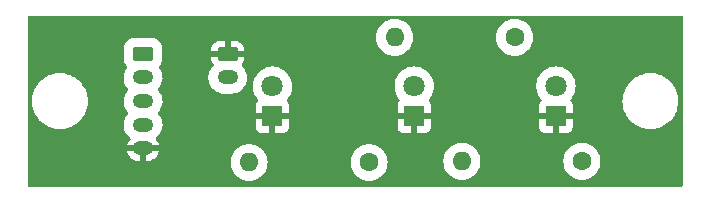
<source format=gbr>
%TF.GenerationSoftware,KiCad,Pcbnew,(6.0.9)*%
%TF.CreationDate,2023-05-10T13:01:55+05:30*%
%TF.ProjectId,Input_Panel(V2.0),496e7075-745f-4506-916e-656c2856322e,rev?*%
%TF.SameCoordinates,Original*%
%TF.FileFunction,Copper,L1,Top*%
%TF.FilePolarity,Positive*%
%FSLAX46Y46*%
G04 Gerber Fmt 4.6, Leading zero omitted, Abs format (unit mm)*
G04 Created by KiCad (PCBNEW (6.0.9)) date 2023-05-10 13:01:55*
%MOMM*%
%LPD*%
G01*
G04 APERTURE LIST*
G04 Aperture macros list*
%AMRoundRect*
0 Rectangle with rounded corners*
0 $1 Rounding radius*
0 $2 $3 $4 $5 $6 $7 $8 $9 X,Y pos of 4 corners*
0 Add a 4 corners polygon primitive as box body*
4,1,4,$2,$3,$4,$5,$6,$7,$8,$9,$2,$3,0*
0 Add four circle primitives for the rounded corners*
1,1,$1+$1,$2,$3*
1,1,$1+$1,$4,$5*
1,1,$1+$1,$6,$7*
1,1,$1+$1,$8,$9*
0 Add four rect primitives between the rounded corners*
20,1,$1+$1,$2,$3,$4,$5,0*
20,1,$1+$1,$4,$5,$6,$7,0*
20,1,$1+$1,$6,$7,$8,$9,0*
20,1,$1+$1,$8,$9,$2,$3,0*%
G04 Aperture macros list end*
%TA.AperFunction,ComponentPad*%
%ADD10RoundRect,0.250000X-0.625000X0.350000X-0.625000X-0.350000X0.625000X-0.350000X0.625000X0.350000X0*%
%TD*%
%TA.AperFunction,ComponentPad*%
%ADD11O,1.750000X1.200000*%
%TD*%
%TA.AperFunction,ComponentPad*%
%ADD12C,1.600000*%
%TD*%
%TA.AperFunction,ComponentPad*%
%ADD13O,1.600000X1.600000*%
%TD*%
%TA.AperFunction,ComponentPad*%
%ADD14R,1.800000X1.800000*%
%TD*%
%TA.AperFunction,ComponentPad*%
%ADD15C,1.800000*%
%TD*%
G04 APERTURE END LIST*
D10*
%TO.P,J1,1,Pin_1*%
%TO.N,/BUTTON*%
X10550000Y-4000000D03*
D11*
%TO.P,J1,2,Pin_2*%
%TO.N,/GREEN_LED_1*%
X10550000Y-6000000D03*
%TO.P,J1,3,Pin_3*%
%TO.N,/GREEN_LED_2*%
X10550000Y-8000000D03*
%TO.P,J1,4,Pin_4*%
%TO.N,/GREEN_LED_3*%
X10550000Y-10000000D03*
%TO.P,J1,5,Pin_5*%
%TO.N,GND*%
X10550000Y-12000000D03*
%TD*%
D10*
%TO.P,J2,1,Pin_1*%
%TO.N,GND*%
X17700000Y-4000000D03*
D11*
%TO.P,J2,2,Pin_2*%
%TO.N,/BUTTON*%
X17700000Y-6000000D03*
%TD*%
D12*
%TO.P,R3,1*%
%TO.N,Net-(D2-Pad2)*%
X29680000Y-13200000D03*
D13*
%TO.P,R3,2*%
%TO.N,/GREEN_LED_1*%
X19520000Y-13200000D03*
%TD*%
D14*
%TO.P,D3,1,K*%
%TO.N,GND*%
X33500000Y-9275000D03*
D15*
%TO.P,D3,2,A*%
%TO.N,Net-(D3-Pad2)*%
X33500000Y-6735000D03*
%TD*%
D12*
%TO.P,R2,1*%
%TO.N,Net-(D4-Pad2)*%
X47700000Y-13100000D03*
D13*
%TO.P,R2,2*%
%TO.N,/GREEN_LED_3*%
X37540000Y-13100000D03*
%TD*%
D14*
%TO.P,D4,1,K*%
%TO.N,GND*%
X45500000Y-9275000D03*
D15*
%TO.P,D4,2,A*%
%TO.N,Net-(D4-Pad2)*%
X45500000Y-6735000D03*
%TD*%
D12*
%TO.P,R4,1*%
%TO.N,Net-(D3-Pad2)*%
X42000000Y-2600000D03*
D13*
%TO.P,R4,2*%
%TO.N,/GREEN_LED_2*%
X31840000Y-2600000D03*
%TD*%
D14*
%TO.P,D2,1,K*%
%TO.N,GND*%
X21500000Y-9275000D03*
D15*
%TO.P,D2,2,A*%
%TO.N,Net-(D2-Pad2)*%
X21500000Y-6735000D03*
%TD*%
%TA.AperFunction,Conductor*%
%TO.N,GND*%
G36*
X56179621Y-782502D02*
G01*
X56226114Y-836158D01*
X56237500Y-888500D01*
X56237500Y-15111500D01*
X56217498Y-15179621D01*
X56163842Y-15226114D01*
X56111500Y-15237500D01*
X888500Y-15237500D01*
X820379Y-15217498D01*
X773886Y-15163842D01*
X762500Y-15111500D01*
X762500Y-13200000D01*
X17952668Y-13200000D01*
X17971964Y-13445185D01*
X18029379Y-13684332D01*
X18031269Y-13688895D01*
X18031271Y-13688901D01*
X18121602Y-13906980D01*
X18123497Y-13911554D01*
X18252002Y-14121255D01*
X18411729Y-14308271D01*
X18598745Y-14467998D01*
X18808446Y-14596503D01*
X18813016Y-14598396D01*
X18813020Y-14598398D01*
X19031099Y-14688729D01*
X19031105Y-14688731D01*
X19035668Y-14690621D01*
X19040468Y-14691773D01*
X19040473Y-14691775D01*
X19149866Y-14718038D01*
X19274815Y-14748036D01*
X19520000Y-14767332D01*
X19765185Y-14748036D01*
X19890134Y-14718038D01*
X19999527Y-14691775D01*
X19999532Y-14691773D01*
X20004332Y-14690621D01*
X20008895Y-14688731D01*
X20008901Y-14688729D01*
X20226980Y-14598398D01*
X20226984Y-14598396D01*
X20231554Y-14596503D01*
X20441255Y-14467998D01*
X20628271Y-14308271D01*
X20787998Y-14121255D01*
X20916503Y-13911554D01*
X20918398Y-13906980D01*
X21008729Y-13688901D01*
X21008731Y-13688895D01*
X21010621Y-13684332D01*
X21068036Y-13445185D01*
X21087332Y-13200000D01*
X28112668Y-13200000D01*
X28131964Y-13445185D01*
X28189379Y-13684332D01*
X28191269Y-13688895D01*
X28191271Y-13688901D01*
X28281602Y-13906980D01*
X28283497Y-13911554D01*
X28412002Y-14121255D01*
X28571729Y-14308271D01*
X28758745Y-14467998D01*
X28968446Y-14596503D01*
X28973016Y-14598396D01*
X28973020Y-14598398D01*
X29191099Y-14688729D01*
X29191105Y-14688731D01*
X29195668Y-14690621D01*
X29200468Y-14691773D01*
X29200473Y-14691775D01*
X29309866Y-14718038D01*
X29434815Y-14748036D01*
X29680000Y-14767332D01*
X29925185Y-14748036D01*
X30050134Y-14718038D01*
X30159527Y-14691775D01*
X30159532Y-14691773D01*
X30164332Y-14690621D01*
X30168895Y-14688731D01*
X30168901Y-14688729D01*
X30386980Y-14598398D01*
X30386984Y-14598396D01*
X30391554Y-14596503D01*
X30601255Y-14467998D01*
X30788271Y-14308271D01*
X30947998Y-14121255D01*
X31076503Y-13911554D01*
X31078398Y-13906980D01*
X31168729Y-13688901D01*
X31168731Y-13688895D01*
X31170621Y-13684332D01*
X31228036Y-13445185D01*
X31247332Y-13200000D01*
X31239462Y-13100000D01*
X35972668Y-13100000D01*
X35991964Y-13345185D01*
X36049379Y-13584332D01*
X36051269Y-13588895D01*
X36051271Y-13588901D01*
X36141602Y-13806980D01*
X36143497Y-13811554D01*
X36272002Y-14021255D01*
X36431729Y-14208271D01*
X36618745Y-14367998D01*
X36828446Y-14496503D01*
X36833016Y-14498396D01*
X36833020Y-14498398D01*
X37051099Y-14588729D01*
X37051105Y-14588731D01*
X37055668Y-14590621D01*
X37060468Y-14591773D01*
X37060473Y-14591775D01*
X37169866Y-14618038D01*
X37294815Y-14648036D01*
X37540000Y-14667332D01*
X37785185Y-14648036D01*
X37910134Y-14618038D01*
X38019527Y-14591775D01*
X38019532Y-14591773D01*
X38024332Y-14590621D01*
X38028895Y-14588731D01*
X38028901Y-14588729D01*
X38246980Y-14498398D01*
X38246984Y-14498396D01*
X38251554Y-14496503D01*
X38461255Y-14367998D01*
X38648271Y-14208271D01*
X38807998Y-14021255D01*
X38936503Y-13811554D01*
X38938398Y-13806980D01*
X39028729Y-13588901D01*
X39028731Y-13588895D01*
X39030621Y-13584332D01*
X39088036Y-13345185D01*
X39107332Y-13100000D01*
X46132668Y-13100000D01*
X46151964Y-13345185D01*
X46209379Y-13584332D01*
X46211269Y-13588895D01*
X46211271Y-13588901D01*
X46301602Y-13806980D01*
X46303497Y-13811554D01*
X46432002Y-14021255D01*
X46591729Y-14208271D01*
X46778745Y-14367998D01*
X46988446Y-14496503D01*
X46993016Y-14498396D01*
X46993020Y-14498398D01*
X47211099Y-14588729D01*
X47211105Y-14588731D01*
X47215668Y-14590621D01*
X47220468Y-14591773D01*
X47220473Y-14591775D01*
X47329866Y-14618038D01*
X47454815Y-14648036D01*
X47700000Y-14667332D01*
X47945185Y-14648036D01*
X48070134Y-14618038D01*
X48179527Y-14591775D01*
X48179532Y-14591773D01*
X48184332Y-14590621D01*
X48188895Y-14588731D01*
X48188901Y-14588729D01*
X48406980Y-14498398D01*
X48406984Y-14498396D01*
X48411554Y-14496503D01*
X48621255Y-14367998D01*
X48808271Y-14208271D01*
X48967998Y-14021255D01*
X49096503Y-13811554D01*
X49098398Y-13806980D01*
X49188729Y-13588901D01*
X49188731Y-13588895D01*
X49190621Y-13584332D01*
X49248036Y-13345185D01*
X49267332Y-13100000D01*
X49248036Y-12854815D01*
X49190621Y-12615668D01*
X49188731Y-12611105D01*
X49188729Y-12611099D01*
X49098398Y-12393020D01*
X49098396Y-12393016D01*
X49096503Y-12388446D01*
X48967998Y-12178745D01*
X48808271Y-11991729D01*
X48621255Y-11832002D01*
X48411554Y-11703497D01*
X48406984Y-11701604D01*
X48406980Y-11701602D01*
X48188901Y-11611271D01*
X48188895Y-11611269D01*
X48184332Y-11609379D01*
X48179532Y-11608227D01*
X48179527Y-11608225D01*
X48070134Y-11581962D01*
X47945185Y-11551964D01*
X47700000Y-11532668D01*
X47454815Y-11551964D01*
X47329866Y-11581962D01*
X47220473Y-11608225D01*
X47220468Y-11608227D01*
X47215668Y-11609379D01*
X47211105Y-11611269D01*
X47211099Y-11611271D01*
X46993020Y-11701602D01*
X46993016Y-11701604D01*
X46988446Y-11703497D01*
X46778745Y-11832002D01*
X46591729Y-11991729D01*
X46432002Y-12178745D01*
X46303497Y-12388446D01*
X46301604Y-12393016D01*
X46301602Y-12393020D01*
X46211271Y-12611099D01*
X46211269Y-12611105D01*
X46209379Y-12615668D01*
X46151964Y-12854815D01*
X46132668Y-13100000D01*
X39107332Y-13100000D01*
X39088036Y-12854815D01*
X39030621Y-12615668D01*
X39028731Y-12611105D01*
X39028729Y-12611099D01*
X38938398Y-12393020D01*
X38938396Y-12393016D01*
X38936503Y-12388446D01*
X38807998Y-12178745D01*
X38648271Y-11991729D01*
X38461255Y-11832002D01*
X38251554Y-11703497D01*
X38246984Y-11701604D01*
X38246980Y-11701602D01*
X38028901Y-11611271D01*
X38028895Y-11611269D01*
X38024332Y-11609379D01*
X38019532Y-11608227D01*
X38019527Y-11608225D01*
X37910134Y-11581962D01*
X37785185Y-11551964D01*
X37540000Y-11532668D01*
X37294815Y-11551964D01*
X37169866Y-11581962D01*
X37060473Y-11608225D01*
X37060468Y-11608227D01*
X37055668Y-11609379D01*
X37051105Y-11611269D01*
X37051099Y-11611271D01*
X36833020Y-11701602D01*
X36833016Y-11701604D01*
X36828446Y-11703497D01*
X36618745Y-11832002D01*
X36431729Y-11991729D01*
X36272002Y-12178745D01*
X36143497Y-12388446D01*
X36141604Y-12393016D01*
X36141602Y-12393020D01*
X36051271Y-12611099D01*
X36051269Y-12611105D01*
X36049379Y-12615668D01*
X35991964Y-12854815D01*
X35972668Y-13100000D01*
X31239462Y-13100000D01*
X31228036Y-12954815D01*
X31170621Y-12715668D01*
X31168731Y-12711105D01*
X31168729Y-12711099D01*
X31078398Y-12493020D01*
X31078396Y-12493016D01*
X31076503Y-12488446D01*
X30947998Y-12278745D01*
X30788271Y-12091729D01*
X30601255Y-11932002D01*
X30391554Y-11803497D01*
X30386984Y-11801604D01*
X30386980Y-11801602D01*
X30168901Y-11711271D01*
X30168895Y-11711269D01*
X30164332Y-11709379D01*
X30159532Y-11708227D01*
X30159527Y-11708225D01*
X30050134Y-11681962D01*
X29925185Y-11651964D01*
X29680000Y-11632668D01*
X29434815Y-11651964D01*
X29309866Y-11681962D01*
X29200473Y-11708225D01*
X29200468Y-11708227D01*
X29195668Y-11709379D01*
X29191105Y-11711269D01*
X29191099Y-11711271D01*
X28973020Y-11801602D01*
X28973016Y-11801604D01*
X28968446Y-11803497D01*
X28758745Y-11932002D01*
X28571729Y-12091729D01*
X28412002Y-12278745D01*
X28283497Y-12488446D01*
X28281604Y-12493016D01*
X28281602Y-12493020D01*
X28191271Y-12711099D01*
X28191269Y-12711105D01*
X28189379Y-12715668D01*
X28131964Y-12954815D01*
X28112668Y-13200000D01*
X21087332Y-13200000D01*
X21068036Y-12954815D01*
X21010621Y-12715668D01*
X21008731Y-12711105D01*
X21008729Y-12711099D01*
X20918398Y-12493020D01*
X20918396Y-12493016D01*
X20916503Y-12488446D01*
X20787998Y-12278745D01*
X20628271Y-12091729D01*
X20441255Y-11932002D01*
X20231554Y-11803497D01*
X20226984Y-11801604D01*
X20226980Y-11801602D01*
X20008901Y-11711271D01*
X20008895Y-11711269D01*
X20004332Y-11709379D01*
X19999532Y-11708227D01*
X19999527Y-11708225D01*
X19890134Y-11681962D01*
X19765185Y-11651964D01*
X19520000Y-11632668D01*
X19274815Y-11651964D01*
X19149866Y-11681962D01*
X19040473Y-11708225D01*
X19040468Y-11708227D01*
X19035668Y-11709379D01*
X19031105Y-11711269D01*
X19031099Y-11711271D01*
X18813020Y-11801602D01*
X18813016Y-11801604D01*
X18808446Y-11803497D01*
X18598745Y-11932002D01*
X18411729Y-12091729D01*
X18252002Y-12278745D01*
X18123497Y-12488446D01*
X18121604Y-12493016D01*
X18121602Y-12493020D01*
X18031271Y-12711099D01*
X18031269Y-12711105D01*
X18029379Y-12715668D01*
X17971964Y-12954815D01*
X17952668Y-13200000D01*
X762500Y-13200000D01*
X762500Y-12267399D01*
X9199712Y-12267399D01*
X9221194Y-12356537D01*
X9225083Y-12367832D01*
X9307629Y-12549382D01*
X9313576Y-12559724D01*
X9428968Y-12722397D01*
X9436761Y-12731425D01*
X9580831Y-12869342D01*
X9590196Y-12876738D01*
X9757741Y-12984921D01*
X9768345Y-12990417D01*
X9953312Y-13064961D01*
X9964770Y-13068355D01*
X10161928Y-13106857D01*
X10170791Y-13107934D01*
X10173500Y-13108000D01*
X10277885Y-13108000D01*
X10293124Y-13103525D01*
X10294329Y-13102135D01*
X10296000Y-13094452D01*
X10296000Y-13089885D01*
X10804000Y-13089885D01*
X10808475Y-13105124D01*
X10809865Y-13106329D01*
X10817548Y-13108000D01*
X10874832Y-13108000D01*
X10880808Y-13107715D01*
X11029494Y-13093529D01*
X11041228Y-13091270D01*
X11232599Y-13035128D01*
X11243675Y-13030698D01*
X11420978Y-12939381D01*
X11431024Y-12932931D01*
X11587857Y-12809738D01*
X11596506Y-12801501D01*
X11727212Y-12650877D01*
X11734147Y-12641153D01*
X11834010Y-12468533D01*
X11838984Y-12457669D01*
X11904407Y-12269273D01*
X11904648Y-12268284D01*
X11903180Y-12257992D01*
X11889615Y-12254000D01*
X10822115Y-12254000D01*
X10806876Y-12258475D01*
X10805671Y-12259865D01*
X10804000Y-12267548D01*
X10804000Y-13089885D01*
X10296000Y-13089885D01*
X10296000Y-12272115D01*
X10291525Y-12256876D01*
X10290135Y-12255671D01*
X10282452Y-12254000D01*
X9214598Y-12254000D01*
X9201067Y-12257973D01*
X9199712Y-12267399D01*
X762500Y-12267399D01*
X762500Y-8000000D01*
X1132431Y-8000000D01*
X1132701Y-8004119D01*
X1149302Y-8257396D01*
X1152686Y-8309030D01*
X1153490Y-8313070D01*
X1153490Y-8313073D01*
X1211168Y-8603037D01*
X1213104Y-8612772D01*
X1214429Y-8616676D01*
X1214430Y-8616679D01*
X1277040Y-8801122D01*
X1312651Y-8906029D01*
X1314474Y-8909725D01*
X1314477Y-8909733D01*
X1401494Y-9086184D01*
X1449625Y-9183784D01*
X1451919Y-9187217D01*
X1451920Y-9187219D01*
X1459710Y-9198878D01*
X1621681Y-9441285D01*
X1624395Y-9444379D01*
X1624399Y-9444385D01*
X1762699Y-9602085D01*
X1825876Y-9674124D01*
X1828965Y-9676833D01*
X2055615Y-9875601D01*
X2055621Y-9875605D01*
X2058715Y-9878319D01*
X2316216Y-10050375D01*
X2319919Y-10052201D01*
X2590267Y-10185523D01*
X2590275Y-10185526D01*
X2593971Y-10187349D01*
X2597885Y-10188678D01*
X2597886Y-10188678D01*
X2883321Y-10285570D01*
X2883324Y-10285571D01*
X2887228Y-10286896D01*
X2891267Y-10287699D01*
X2891273Y-10287701D01*
X3186927Y-10346510D01*
X3186930Y-10346510D01*
X3190970Y-10347314D01*
X3195081Y-10347583D01*
X3195085Y-10347584D01*
X3420613Y-10362366D01*
X3420622Y-10362366D01*
X3422662Y-10362500D01*
X3577338Y-10362500D01*
X3579378Y-10362366D01*
X3579387Y-10362366D01*
X3804915Y-10347584D01*
X3804919Y-10347583D01*
X3809030Y-10347314D01*
X3813070Y-10346510D01*
X3813073Y-10346510D01*
X4108727Y-10287701D01*
X4108733Y-10287699D01*
X4112772Y-10286896D01*
X4116676Y-10285571D01*
X4116679Y-10285570D01*
X4402114Y-10188678D01*
X4402115Y-10188678D01*
X4406029Y-10187349D01*
X4409725Y-10185526D01*
X4409733Y-10185523D01*
X4680081Y-10052201D01*
X4683784Y-10050375D01*
X4855580Y-9935585D01*
X8909092Y-9935585D01*
X8917767Y-10166647D01*
X8918862Y-10171865D01*
X8945483Y-10298738D01*
X8965249Y-10392944D01*
X9050180Y-10608006D01*
X9170134Y-10805682D01*
X9321678Y-10980322D01*
X9325809Y-10983709D01*
X9438333Y-11075974D01*
X9478328Y-11134634D01*
X9480259Y-11205604D01*
X9453607Y-11255989D01*
X9372788Y-11349123D01*
X9365853Y-11358847D01*
X9265990Y-11531467D01*
X9261016Y-11542331D01*
X9195593Y-11730727D01*
X9195352Y-11731716D01*
X9196820Y-11742008D01*
X9210385Y-11746000D01*
X11885402Y-11746000D01*
X11898933Y-11742027D01*
X11900288Y-11732601D01*
X11878806Y-11643463D01*
X11874917Y-11632168D01*
X11792371Y-11450618D01*
X11786424Y-11440276D01*
X11671036Y-11277609D01*
X11663236Y-11268573D01*
X11659487Y-11264984D01*
X11624111Y-11203429D01*
X11627630Y-11132519D01*
X11668927Y-11074769D01*
X11676239Y-11069454D01*
X11681834Y-11065687D01*
X11849142Y-10906084D01*
X11987165Y-10720573D01*
X12077303Y-10543285D01*
X12089540Y-10519217D01*
X12089540Y-10519216D01*
X12091959Y-10514459D01*
X12139144Y-10362500D01*
X12158943Y-10298738D01*
X12158944Y-10298732D01*
X12160527Y-10293635D01*
X12170331Y-10219669D01*
X20092001Y-10219669D01*
X20092371Y-10226490D01*
X20097895Y-10277352D01*
X20101521Y-10292604D01*
X20146676Y-10413054D01*
X20155214Y-10428649D01*
X20231715Y-10530724D01*
X20244276Y-10543285D01*
X20346351Y-10619786D01*
X20361946Y-10628324D01*
X20482394Y-10673478D01*
X20497649Y-10677105D01*
X20548514Y-10682631D01*
X20555328Y-10683000D01*
X21227885Y-10683000D01*
X21243124Y-10678525D01*
X21244329Y-10677135D01*
X21246000Y-10669452D01*
X21246000Y-10664884D01*
X21754000Y-10664884D01*
X21758475Y-10680123D01*
X21759865Y-10681328D01*
X21767548Y-10682999D01*
X22444669Y-10682999D01*
X22451490Y-10682629D01*
X22502352Y-10677105D01*
X22517604Y-10673479D01*
X22638054Y-10628324D01*
X22653649Y-10619786D01*
X22755724Y-10543285D01*
X22768285Y-10530724D01*
X22844786Y-10428649D01*
X22853324Y-10413054D01*
X22898478Y-10292606D01*
X22902105Y-10277351D01*
X22907631Y-10226486D01*
X22908000Y-10219672D01*
X22908000Y-10219669D01*
X32092001Y-10219669D01*
X32092371Y-10226490D01*
X32097895Y-10277352D01*
X32101521Y-10292604D01*
X32146676Y-10413054D01*
X32155214Y-10428649D01*
X32231715Y-10530724D01*
X32244276Y-10543285D01*
X32346351Y-10619786D01*
X32361946Y-10628324D01*
X32482394Y-10673478D01*
X32497649Y-10677105D01*
X32548514Y-10682631D01*
X32555328Y-10683000D01*
X33227885Y-10683000D01*
X33243124Y-10678525D01*
X33244329Y-10677135D01*
X33246000Y-10669452D01*
X33246000Y-10664884D01*
X33754000Y-10664884D01*
X33758475Y-10680123D01*
X33759865Y-10681328D01*
X33767548Y-10682999D01*
X34444669Y-10682999D01*
X34451490Y-10682629D01*
X34502352Y-10677105D01*
X34517604Y-10673479D01*
X34638054Y-10628324D01*
X34653649Y-10619786D01*
X34755724Y-10543285D01*
X34768285Y-10530724D01*
X34844786Y-10428649D01*
X34853324Y-10413054D01*
X34898478Y-10292606D01*
X34902105Y-10277351D01*
X34907631Y-10226486D01*
X34908000Y-10219672D01*
X34908000Y-10219669D01*
X44092001Y-10219669D01*
X44092371Y-10226490D01*
X44097895Y-10277352D01*
X44101521Y-10292604D01*
X44146676Y-10413054D01*
X44155214Y-10428649D01*
X44231715Y-10530724D01*
X44244276Y-10543285D01*
X44346351Y-10619786D01*
X44361946Y-10628324D01*
X44482394Y-10673478D01*
X44497649Y-10677105D01*
X44548514Y-10682631D01*
X44555328Y-10683000D01*
X45227885Y-10683000D01*
X45243124Y-10678525D01*
X45244329Y-10677135D01*
X45246000Y-10669452D01*
X45246000Y-10664884D01*
X45754000Y-10664884D01*
X45758475Y-10680123D01*
X45759865Y-10681328D01*
X45767548Y-10682999D01*
X46444669Y-10682999D01*
X46451490Y-10682629D01*
X46502352Y-10677105D01*
X46517604Y-10673479D01*
X46638054Y-10628324D01*
X46653649Y-10619786D01*
X46755724Y-10543285D01*
X46768285Y-10530724D01*
X46844786Y-10428649D01*
X46853324Y-10413054D01*
X46898478Y-10292606D01*
X46902105Y-10277351D01*
X46907631Y-10226486D01*
X46908000Y-10219672D01*
X46908000Y-9547115D01*
X46903525Y-9531876D01*
X46902135Y-9530671D01*
X46894452Y-9529000D01*
X45772115Y-9529000D01*
X45756876Y-9533475D01*
X45755671Y-9534865D01*
X45754000Y-9542548D01*
X45754000Y-10664884D01*
X45246000Y-10664884D01*
X45246000Y-9547115D01*
X45241525Y-9531876D01*
X45240135Y-9530671D01*
X45232452Y-9529000D01*
X44110116Y-9529000D01*
X44094877Y-9533475D01*
X44093672Y-9534865D01*
X44092001Y-9542548D01*
X44092001Y-10219669D01*
X34908000Y-10219669D01*
X34908000Y-9547115D01*
X34903525Y-9531876D01*
X34902135Y-9530671D01*
X34894452Y-9529000D01*
X33772115Y-9529000D01*
X33756876Y-9533475D01*
X33755671Y-9534865D01*
X33754000Y-9542548D01*
X33754000Y-10664884D01*
X33246000Y-10664884D01*
X33246000Y-9547115D01*
X33241525Y-9531876D01*
X33240135Y-9530671D01*
X33232452Y-9529000D01*
X32110116Y-9529000D01*
X32094877Y-9533475D01*
X32093672Y-9534865D01*
X32092001Y-9542548D01*
X32092001Y-10219669D01*
X22908000Y-10219669D01*
X22908000Y-9547115D01*
X22903525Y-9531876D01*
X22902135Y-9530671D01*
X22894452Y-9529000D01*
X21772115Y-9529000D01*
X21756876Y-9533475D01*
X21755671Y-9534865D01*
X21754000Y-9542548D01*
X21754000Y-10664884D01*
X21246000Y-10664884D01*
X21246000Y-9547115D01*
X21241525Y-9531876D01*
X21240135Y-9530671D01*
X21232452Y-9529000D01*
X20110116Y-9529000D01*
X20094877Y-9533475D01*
X20093672Y-9534865D01*
X20092001Y-9542548D01*
X20092001Y-10219669D01*
X12170331Y-10219669D01*
X12190908Y-10064415D01*
X12190450Y-10052201D01*
X12182433Y-9838684D01*
X12182233Y-9833353D01*
X12155588Y-9706365D01*
X12135848Y-9612283D01*
X12135847Y-9612280D01*
X12134751Y-9607056D01*
X12049820Y-9391994D01*
X11929866Y-9194318D01*
X11842742Y-9093916D01*
X11835244Y-9085275D01*
X11805705Y-9020715D01*
X11815759Y-8950434D01*
X11841807Y-8913816D01*
X11841746Y-8913762D01*
X11842253Y-8913189D01*
X11843433Y-8911530D01*
X11845279Y-8909769D01*
X11849142Y-8906084D01*
X11987165Y-8720573D01*
X12091959Y-8514459D01*
X12149133Y-8330331D01*
X12158943Y-8298738D01*
X12158944Y-8298732D01*
X12160527Y-8293635D01*
X12183362Y-8121351D01*
X12190208Y-8069699D01*
X12190208Y-8069695D01*
X12190908Y-8064415D01*
X12182233Y-7833353D01*
X12155588Y-7706365D01*
X12135848Y-7612283D01*
X12135847Y-7612280D01*
X12134751Y-7607056D01*
X12049820Y-7391994D01*
X11929866Y-7194318D01*
X11926369Y-7190288D01*
X11835244Y-7085275D01*
X11805705Y-7020715D01*
X11815759Y-6950434D01*
X11841807Y-6913816D01*
X11841746Y-6913762D01*
X11842253Y-6913189D01*
X11843433Y-6911530D01*
X11845279Y-6909769D01*
X11849142Y-6906084D01*
X11987165Y-6720573D01*
X12091959Y-6514459D01*
X12151357Y-6323167D01*
X12158943Y-6298738D01*
X12158944Y-6298732D01*
X12160527Y-6293635D01*
X12190908Y-6064415D01*
X12186071Y-5935585D01*
X16059092Y-5935585D01*
X16059292Y-5940914D01*
X16059292Y-5940915D01*
X16060681Y-5977907D01*
X16067767Y-6166647D01*
X16068862Y-6171865D01*
X16095483Y-6298738D01*
X16115249Y-6392944D01*
X16200180Y-6608006D01*
X16320134Y-6805682D01*
X16323631Y-6809712D01*
X16445743Y-6950434D01*
X16471678Y-6980322D01*
X16514520Y-7015451D01*
X16646353Y-7123548D01*
X16646359Y-7123552D01*
X16650481Y-7126932D01*
X16655117Y-7129571D01*
X16655120Y-7129573D01*
X16761781Y-7190288D01*
X16851430Y-7241319D01*
X17068779Y-7320212D01*
X17074028Y-7321161D01*
X17074031Y-7321162D01*
X17292230Y-7360619D01*
X17292238Y-7360620D01*
X17296314Y-7361357D01*
X17314098Y-7362196D01*
X17319062Y-7362430D01*
X17319069Y-7362430D01*
X17320550Y-7362500D01*
X18033056Y-7362500D01*
X18205397Y-7347877D01*
X18210561Y-7346537D01*
X18210565Y-7346536D01*
X18424043Y-7291127D01*
X18424042Y-7291127D01*
X18429206Y-7289787D01*
X18640028Y-7194819D01*
X18831834Y-7065687D01*
X18848734Y-7049566D01*
X18995277Y-6909771D01*
X18995279Y-6909769D01*
X18999142Y-6906084D01*
X19126431Y-6735000D01*
X19832359Y-6735000D01*
X19852890Y-6995877D01*
X19854044Y-7000684D01*
X19854045Y-7000690D01*
X19883541Y-7123548D01*
X19913979Y-7250329D01*
X19915872Y-7254900D01*
X19915873Y-7254902D01*
X19972659Y-7391994D01*
X20014121Y-7492093D01*
X20150850Y-7715215D01*
X20154057Y-7718970D01*
X20154060Y-7718974D01*
X20252523Y-7834258D01*
X20281554Y-7899048D01*
X20270949Y-7969248D01*
X20245807Y-8005184D01*
X20231715Y-8019276D01*
X20155214Y-8121351D01*
X20146676Y-8136946D01*
X20101522Y-8257394D01*
X20097895Y-8272649D01*
X20092369Y-8323514D01*
X20092000Y-8330328D01*
X20092000Y-9002885D01*
X20096475Y-9018124D01*
X20097865Y-9019329D01*
X20105548Y-9021000D01*
X22889884Y-9021000D01*
X22905123Y-9016525D01*
X22906328Y-9015135D01*
X22907999Y-9007452D01*
X22907999Y-8330331D01*
X22907629Y-8323510D01*
X22902105Y-8272648D01*
X22898479Y-8257396D01*
X22853324Y-8136946D01*
X22844786Y-8121351D01*
X22768285Y-8019276D01*
X22754193Y-8005184D01*
X22720167Y-7942872D01*
X22725232Y-7872057D01*
X22747477Y-7834258D01*
X22845940Y-7718974D01*
X22845943Y-7718970D01*
X22849150Y-7715215D01*
X22985879Y-7492093D01*
X23027342Y-7391994D01*
X23084127Y-7254902D01*
X23084128Y-7254900D01*
X23086021Y-7250329D01*
X23116459Y-7123548D01*
X23145955Y-7000690D01*
X23145956Y-7000684D01*
X23147110Y-6995877D01*
X23167641Y-6735000D01*
X31832359Y-6735000D01*
X31852890Y-6995877D01*
X31854044Y-7000684D01*
X31854045Y-7000690D01*
X31883541Y-7123548D01*
X31913979Y-7250329D01*
X31915872Y-7254900D01*
X31915873Y-7254902D01*
X31972659Y-7391994D01*
X32014121Y-7492093D01*
X32150850Y-7715215D01*
X32154057Y-7718970D01*
X32154060Y-7718974D01*
X32252523Y-7834258D01*
X32281554Y-7899048D01*
X32270949Y-7969248D01*
X32245807Y-8005184D01*
X32231715Y-8019276D01*
X32155214Y-8121351D01*
X32146676Y-8136946D01*
X32101522Y-8257394D01*
X32097895Y-8272649D01*
X32092369Y-8323514D01*
X32092000Y-8330328D01*
X32092000Y-9002885D01*
X32096475Y-9018124D01*
X32097865Y-9019329D01*
X32105548Y-9021000D01*
X34889884Y-9021000D01*
X34905123Y-9016525D01*
X34906328Y-9015135D01*
X34907999Y-9007452D01*
X34907999Y-8330331D01*
X34907629Y-8323510D01*
X34902105Y-8272648D01*
X34898479Y-8257396D01*
X34853324Y-8136946D01*
X34844786Y-8121351D01*
X34768285Y-8019276D01*
X34754193Y-8005184D01*
X34720167Y-7942872D01*
X34725232Y-7872057D01*
X34747477Y-7834258D01*
X34845940Y-7718974D01*
X34845943Y-7718970D01*
X34849150Y-7715215D01*
X34985879Y-7492093D01*
X35027342Y-7391994D01*
X35084127Y-7254902D01*
X35084128Y-7254900D01*
X35086021Y-7250329D01*
X35116459Y-7123548D01*
X35145955Y-7000690D01*
X35145956Y-7000684D01*
X35147110Y-6995877D01*
X35167641Y-6735000D01*
X43832359Y-6735000D01*
X43852890Y-6995877D01*
X43854044Y-7000684D01*
X43854045Y-7000690D01*
X43883541Y-7123548D01*
X43913979Y-7250329D01*
X43915872Y-7254900D01*
X43915873Y-7254902D01*
X43972659Y-7391994D01*
X44014121Y-7492093D01*
X44150850Y-7715215D01*
X44154057Y-7718970D01*
X44154060Y-7718974D01*
X44252523Y-7834258D01*
X44281554Y-7899048D01*
X44270949Y-7969248D01*
X44245807Y-8005184D01*
X44231715Y-8019276D01*
X44155214Y-8121351D01*
X44146676Y-8136946D01*
X44101522Y-8257394D01*
X44097895Y-8272649D01*
X44092369Y-8323514D01*
X44092000Y-8330328D01*
X44092000Y-9002885D01*
X44096475Y-9018124D01*
X44097865Y-9019329D01*
X44105548Y-9021000D01*
X46889884Y-9021000D01*
X46905123Y-9016525D01*
X46906328Y-9015135D01*
X46907999Y-9007452D01*
X46907999Y-8330331D01*
X46907629Y-8323510D01*
X46902105Y-8272648D01*
X46898479Y-8257396D01*
X46853324Y-8136946D01*
X46844786Y-8121351D01*
X46768285Y-8019276D01*
X46754193Y-8005184D01*
X46751362Y-8000000D01*
X51132431Y-8000000D01*
X51132701Y-8004119D01*
X51149302Y-8257396D01*
X51152686Y-8309030D01*
X51153490Y-8313070D01*
X51153490Y-8313073D01*
X51211168Y-8603037D01*
X51213104Y-8612772D01*
X51214429Y-8616676D01*
X51214430Y-8616679D01*
X51277040Y-8801122D01*
X51312651Y-8906029D01*
X51314474Y-8909725D01*
X51314477Y-8909733D01*
X51401494Y-9086184D01*
X51449625Y-9183784D01*
X51451919Y-9187217D01*
X51451920Y-9187219D01*
X51459710Y-9198878D01*
X51621681Y-9441285D01*
X51624395Y-9444379D01*
X51624399Y-9444385D01*
X51762699Y-9602085D01*
X51825876Y-9674124D01*
X51828965Y-9676833D01*
X52055615Y-9875601D01*
X52055621Y-9875605D01*
X52058715Y-9878319D01*
X52316216Y-10050375D01*
X52319919Y-10052201D01*
X52590267Y-10185523D01*
X52590275Y-10185526D01*
X52593971Y-10187349D01*
X52597885Y-10188678D01*
X52597886Y-10188678D01*
X52883321Y-10285570D01*
X52883324Y-10285571D01*
X52887228Y-10286896D01*
X52891267Y-10287699D01*
X52891273Y-10287701D01*
X53186927Y-10346510D01*
X53186930Y-10346510D01*
X53190970Y-10347314D01*
X53195081Y-10347583D01*
X53195085Y-10347584D01*
X53420613Y-10362366D01*
X53420622Y-10362366D01*
X53422662Y-10362500D01*
X53577338Y-10362500D01*
X53579378Y-10362366D01*
X53579387Y-10362366D01*
X53804915Y-10347584D01*
X53804919Y-10347583D01*
X53809030Y-10347314D01*
X53813070Y-10346510D01*
X53813073Y-10346510D01*
X54108727Y-10287701D01*
X54108733Y-10287699D01*
X54112772Y-10286896D01*
X54116676Y-10285571D01*
X54116679Y-10285570D01*
X54402114Y-10188678D01*
X54402115Y-10188678D01*
X54406029Y-10187349D01*
X54409725Y-10185526D01*
X54409733Y-10185523D01*
X54680081Y-10052201D01*
X54683784Y-10050375D01*
X54941285Y-9878319D01*
X54944379Y-9875605D01*
X54944385Y-9875601D01*
X55171035Y-9676833D01*
X55174124Y-9674124D01*
X55237301Y-9602085D01*
X55375601Y-9444385D01*
X55375605Y-9444379D01*
X55378319Y-9441285D01*
X55411255Y-9391994D01*
X55548081Y-9187218D01*
X55550375Y-9183785D01*
X55594694Y-9093916D01*
X55665451Y-8950434D01*
X55687349Y-8906029D01*
X55722960Y-8801122D01*
X55785570Y-8616679D01*
X55785571Y-8616676D01*
X55786896Y-8612772D01*
X55788833Y-8603037D01*
X55846510Y-8313073D01*
X55846510Y-8313070D01*
X55847314Y-8309030D01*
X55850699Y-8257396D01*
X55867299Y-8004119D01*
X55867569Y-8000000D01*
X55856304Y-7828135D01*
X55847584Y-7695085D01*
X55847583Y-7695081D01*
X55847314Y-7690970D01*
X55831662Y-7612283D01*
X55787701Y-7391273D01*
X55787699Y-7391267D01*
X55786896Y-7387228D01*
X55777864Y-7360619D01*
X55688678Y-7097886D01*
X55688678Y-7097885D01*
X55687349Y-7093971D01*
X55685525Y-7090273D01*
X55685523Y-7090267D01*
X55552201Y-6819919D01*
X55550375Y-6816216D01*
X55548081Y-6812783D01*
X55548080Y-6812781D01*
X55407934Y-6603037D01*
X55378319Y-6558715D01*
X55375605Y-6555621D01*
X55375601Y-6555615D01*
X55176833Y-6328965D01*
X55174124Y-6325876D01*
X55053021Y-6219671D01*
X54944385Y-6124399D01*
X54944379Y-6124395D01*
X54941285Y-6121681D01*
X54726111Y-5977907D01*
X54687219Y-5951920D01*
X54687217Y-5951919D01*
X54683784Y-5949625D01*
X54635156Y-5925644D01*
X54409733Y-5814477D01*
X54409725Y-5814474D01*
X54406029Y-5812651D01*
X54224487Y-5751026D01*
X54116679Y-5714430D01*
X54116676Y-5714429D01*
X54112772Y-5713104D01*
X54108733Y-5712301D01*
X54108727Y-5712299D01*
X53813073Y-5653490D01*
X53813070Y-5653490D01*
X53809030Y-5652686D01*
X53804919Y-5652417D01*
X53804915Y-5652416D01*
X53579387Y-5637634D01*
X53579378Y-5637634D01*
X53577338Y-5637500D01*
X53422662Y-5637500D01*
X53420622Y-5637634D01*
X53420613Y-5637634D01*
X53195085Y-5652416D01*
X53195081Y-5652417D01*
X53190970Y-5652686D01*
X53186930Y-5653490D01*
X53186927Y-5653490D01*
X52891273Y-5712299D01*
X52891267Y-5712301D01*
X52887228Y-5713104D01*
X52883324Y-5714429D01*
X52883321Y-5714430D01*
X52775513Y-5751026D01*
X52593971Y-5812651D01*
X52590275Y-5814474D01*
X52590267Y-5814477D01*
X52364844Y-5925644D01*
X52316216Y-5949625D01*
X52312783Y-5951919D01*
X52312781Y-5951920D01*
X52273889Y-5977907D01*
X52058715Y-6121681D01*
X52055621Y-6124395D01*
X52055615Y-6124399D01*
X51946979Y-6219671D01*
X51825876Y-6325876D01*
X51823167Y-6328965D01*
X51624399Y-6555615D01*
X51624395Y-6555621D01*
X51621681Y-6558715D01*
X51619392Y-6562141D01*
X51619388Y-6562146D01*
X51585697Y-6612569D01*
X51449625Y-6816215D01*
X51447801Y-6819914D01*
X51447798Y-6819919D01*
X51401045Y-6914725D01*
X51312651Y-7093971D01*
X51311326Y-7097876D01*
X51311325Y-7097877D01*
X51222137Y-7360619D01*
X51213104Y-7387228D01*
X51212301Y-7391267D01*
X51212299Y-7391273D01*
X51168338Y-7612283D01*
X51152686Y-7690970D01*
X51152417Y-7695081D01*
X51152416Y-7695085D01*
X51143696Y-7828135D01*
X51132431Y-8000000D01*
X46751362Y-8000000D01*
X46720167Y-7942872D01*
X46725232Y-7872057D01*
X46747477Y-7834258D01*
X46845940Y-7718974D01*
X46845943Y-7718970D01*
X46849150Y-7715215D01*
X46985879Y-7492093D01*
X47027342Y-7391994D01*
X47084127Y-7254902D01*
X47084128Y-7254900D01*
X47086021Y-7250329D01*
X47116459Y-7123548D01*
X47145955Y-7000690D01*
X47145956Y-7000684D01*
X47147110Y-6995877D01*
X47167641Y-6735000D01*
X47147110Y-6474123D01*
X47145956Y-6469316D01*
X47145955Y-6469310D01*
X47087176Y-6224483D01*
X47086021Y-6219671D01*
X46985879Y-5977907D01*
X46849150Y-5754785D01*
X46679200Y-5555800D01*
X46480215Y-5385850D01*
X46257093Y-5249121D01*
X46252523Y-5247228D01*
X46252519Y-5247226D01*
X46019902Y-5150873D01*
X46019900Y-5150872D01*
X46015329Y-5148979D01*
X45925966Y-5127525D01*
X45765690Y-5089045D01*
X45765684Y-5089044D01*
X45760877Y-5087890D01*
X45500000Y-5067359D01*
X45239123Y-5087890D01*
X45234316Y-5089044D01*
X45234310Y-5089045D01*
X45074034Y-5127525D01*
X44984671Y-5148979D01*
X44980100Y-5150872D01*
X44980098Y-5150873D01*
X44747481Y-5247226D01*
X44747477Y-5247228D01*
X44742907Y-5249121D01*
X44519785Y-5385850D01*
X44320800Y-5555800D01*
X44150850Y-5754785D01*
X44014121Y-5977907D01*
X43913979Y-6219671D01*
X43912824Y-6224483D01*
X43854045Y-6469310D01*
X43854044Y-6469316D01*
X43852890Y-6474123D01*
X43832359Y-6735000D01*
X35167641Y-6735000D01*
X35147110Y-6474123D01*
X35145956Y-6469316D01*
X35145955Y-6469310D01*
X35087176Y-6224483D01*
X35086021Y-6219671D01*
X34985879Y-5977907D01*
X34849150Y-5754785D01*
X34679200Y-5555800D01*
X34480215Y-5385850D01*
X34257093Y-5249121D01*
X34252523Y-5247228D01*
X34252519Y-5247226D01*
X34019902Y-5150873D01*
X34019900Y-5150872D01*
X34015329Y-5148979D01*
X33925966Y-5127525D01*
X33765690Y-5089045D01*
X33765684Y-5089044D01*
X33760877Y-5087890D01*
X33500000Y-5067359D01*
X33239123Y-5087890D01*
X33234316Y-5089044D01*
X33234310Y-5089045D01*
X33074034Y-5127525D01*
X32984671Y-5148979D01*
X32980100Y-5150872D01*
X32980098Y-5150873D01*
X32747481Y-5247226D01*
X32747477Y-5247228D01*
X32742907Y-5249121D01*
X32519785Y-5385850D01*
X32320800Y-5555800D01*
X32150850Y-5754785D01*
X32014121Y-5977907D01*
X31913979Y-6219671D01*
X31912824Y-6224483D01*
X31854045Y-6469310D01*
X31854044Y-6469316D01*
X31852890Y-6474123D01*
X31832359Y-6735000D01*
X23167641Y-6735000D01*
X23147110Y-6474123D01*
X23145956Y-6469316D01*
X23145955Y-6469310D01*
X23087176Y-6224483D01*
X23086021Y-6219671D01*
X22985879Y-5977907D01*
X22849150Y-5754785D01*
X22679200Y-5555800D01*
X22480215Y-5385850D01*
X22257093Y-5249121D01*
X22252523Y-5247228D01*
X22252519Y-5247226D01*
X22019902Y-5150873D01*
X22019900Y-5150872D01*
X22015329Y-5148979D01*
X21925966Y-5127525D01*
X21765690Y-5089045D01*
X21765684Y-5089044D01*
X21760877Y-5087890D01*
X21500000Y-5067359D01*
X21239123Y-5087890D01*
X21234316Y-5089044D01*
X21234310Y-5089045D01*
X21074034Y-5127525D01*
X20984671Y-5148979D01*
X20980100Y-5150872D01*
X20980098Y-5150873D01*
X20747481Y-5247226D01*
X20747477Y-5247228D01*
X20742907Y-5249121D01*
X20519785Y-5385850D01*
X20320800Y-5555800D01*
X20150850Y-5754785D01*
X20014121Y-5977907D01*
X19913979Y-6219671D01*
X19912824Y-6224483D01*
X19854045Y-6469310D01*
X19854044Y-6469316D01*
X19852890Y-6474123D01*
X19832359Y-6735000D01*
X19126431Y-6735000D01*
X19137165Y-6720573D01*
X19241959Y-6514459D01*
X19301357Y-6323167D01*
X19308943Y-6298738D01*
X19308944Y-6298732D01*
X19310527Y-6293635D01*
X19340908Y-6064415D01*
X19332233Y-5833353D01*
X19305588Y-5706365D01*
X19285848Y-5612283D01*
X19285847Y-5612280D01*
X19284751Y-5607056D01*
X19199820Y-5391994D01*
X19079866Y-5194318D01*
X19076369Y-5190288D01*
X18931822Y-5023711D01*
X18931820Y-5023709D01*
X18928322Y-5019678D01*
X18924192Y-5016292D01*
X18920371Y-5012576D01*
X18921435Y-5011482D01*
X18885385Y-4958599D01*
X18883458Y-4887628D01*
X18914281Y-4833980D01*
X18914201Y-4833917D01*
X18914626Y-4833378D01*
X18916098Y-4830817D01*
X18918738Y-4828173D01*
X18927751Y-4816760D01*
X19012816Y-4678757D01*
X19018963Y-4665576D01*
X19070138Y-4511290D01*
X19073005Y-4497914D01*
X19082672Y-4403562D01*
X19083000Y-4397146D01*
X19083000Y-4272115D01*
X19078525Y-4256876D01*
X19077135Y-4255671D01*
X19069452Y-4254000D01*
X16335116Y-4254000D01*
X16319877Y-4258475D01*
X16318672Y-4259865D01*
X16317001Y-4267548D01*
X16317001Y-4397095D01*
X16317338Y-4403614D01*
X16327257Y-4499206D01*
X16330149Y-4512600D01*
X16381588Y-4666784D01*
X16387761Y-4679962D01*
X16473063Y-4817807D01*
X16482099Y-4829208D01*
X16486615Y-4833716D01*
X16520695Y-4895999D01*
X16515692Y-4966819D01*
X16484569Y-5014060D01*
X16400858Y-5093916D01*
X16397673Y-5098196D01*
X16397671Y-5098199D01*
X16359890Y-5148979D01*
X16262835Y-5279427D01*
X16158041Y-5485541D01*
X16137221Y-5552592D01*
X16091057Y-5701262D01*
X16091056Y-5701268D01*
X16089473Y-5706365D01*
X16059092Y-5935585D01*
X12186071Y-5935585D01*
X12182233Y-5833353D01*
X12155588Y-5706365D01*
X12135848Y-5612283D01*
X12135847Y-5612280D01*
X12134751Y-5607056D01*
X12049820Y-5391994D01*
X11929866Y-5194318D01*
X11926369Y-5190288D01*
X11923226Y-5185978D01*
X11925067Y-5184636D01*
X11899563Y-5128831D01*
X11909648Y-5058554D01*
X11935181Y-5021771D01*
X11961178Y-4995774D01*
X12043323Y-4873068D01*
X12068208Y-4835896D01*
X12068210Y-4835892D01*
X12071637Y-4830773D01*
X12147944Y-4647459D01*
X12187191Y-4452815D01*
X12187500Y-4446715D01*
X12187499Y-3727885D01*
X16317000Y-3727885D01*
X16321475Y-3743124D01*
X16322865Y-3744329D01*
X16330548Y-3746000D01*
X17427885Y-3746000D01*
X17443124Y-3741525D01*
X17444329Y-3740135D01*
X17446000Y-3732452D01*
X17446000Y-3727885D01*
X17954000Y-3727885D01*
X17958475Y-3743124D01*
X17959865Y-3744329D01*
X17967548Y-3746000D01*
X19064884Y-3746000D01*
X19080123Y-3741525D01*
X19081328Y-3740135D01*
X19082999Y-3732452D01*
X19082999Y-3602905D01*
X19082662Y-3596386D01*
X19072743Y-3500794D01*
X19069851Y-3487400D01*
X19018412Y-3333216D01*
X19012239Y-3320038D01*
X18926937Y-3182193D01*
X18917901Y-3170792D01*
X18803171Y-3056261D01*
X18791760Y-3047249D01*
X18653757Y-2962184D01*
X18640576Y-2956037D01*
X18486290Y-2904862D01*
X18472914Y-2901995D01*
X18378562Y-2892328D01*
X18372145Y-2892000D01*
X17972115Y-2892000D01*
X17956876Y-2896475D01*
X17955671Y-2897865D01*
X17954000Y-2905548D01*
X17954000Y-3727885D01*
X17446000Y-3727885D01*
X17446000Y-2910116D01*
X17441525Y-2894877D01*
X17440135Y-2893672D01*
X17432452Y-2892001D01*
X17027905Y-2892001D01*
X17021386Y-2892338D01*
X16925794Y-2902257D01*
X16912400Y-2905149D01*
X16758216Y-2956588D01*
X16745038Y-2962761D01*
X16607193Y-3048063D01*
X16595792Y-3057099D01*
X16481261Y-3171829D01*
X16472249Y-3183240D01*
X16387184Y-3321243D01*
X16381037Y-3334424D01*
X16329862Y-3488710D01*
X16326995Y-3502086D01*
X16317328Y-3596438D01*
X16317000Y-3602855D01*
X16317000Y-3727885D01*
X12187499Y-3727885D01*
X12187499Y-3553286D01*
X12187191Y-3547185D01*
X12147944Y-3352541D01*
X12071637Y-3169227D01*
X12068210Y-3164108D01*
X12068208Y-3164104D01*
X11964609Y-3009351D01*
X11964608Y-3009350D01*
X11961178Y-3004226D01*
X11820774Y-2863822D01*
X11800118Y-2849994D01*
X11660896Y-2756792D01*
X11660892Y-2756790D01*
X11655773Y-2753363D01*
X11472459Y-2677056D01*
X11466423Y-2675839D01*
X11466420Y-2675838D01*
X11370811Y-2656560D01*
X11277815Y-2637809D01*
X11271715Y-2637500D01*
X11270117Y-2637500D01*
X10546825Y-2637501D01*
X9828286Y-2637501D01*
X9822185Y-2637809D01*
X9774143Y-2647496D01*
X9633580Y-2675838D01*
X9633577Y-2675839D01*
X9627541Y-2677056D01*
X9444227Y-2753363D01*
X9439108Y-2756790D01*
X9439104Y-2756792D01*
X9299882Y-2849994D01*
X9279226Y-2863822D01*
X9138822Y-3004226D01*
X9135392Y-3009350D01*
X9135391Y-3009351D01*
X9031792Y-3164104D01*
X9031790Y-3164108D01*
X9028363Y-3169227D01*
X8952056Y-3352541D01*
X8912809Y-3547185D01*
X8912500Y-3553285D01*
X8912501Y-4446714D01*
X8912809Y-4452815D01*
X8952056Y-4647459D01*
X9028363Y-4830773D01*
X9031790Y-4835892D01*
X9031792Y-4835896D01*
X9056677Y-4873068D01*
X9138822Y-4995774D01*
X9167958Y-5024910D01*
X9201984Y-5087222D01*
X9196919Y-5158037D01*
X9179952Y-5189218D01*
X9176158Y-5194318D01*
X9112835Y-5279427D01*
X9008041Y-5485541D01*
X8987221Y-5552592D01*
X8941057Y-5701262D01*
X8941056Y-5701268D01*
X8939473Y-5706365D01*
X8909092Y-5935585D01*
X8909292Y-5940914D01*
X8909292Y-5940915D01*
X8910681Y-5977907D01*
X8917767Y-6166647D01*
X8918862Y-6171865D01*
X8945483Y-6298738D01*
X8965249Y-6392944D01*
X9050180Y-6608006D01*
X9170134Y-6805682D01*
X9173631Y-6809712D01*
X9264756Y-6914725D01*
X9294295Y-6979285D01*
X9284241Y-7049566D01*
X9258193Y-7086184D01*
X9258254Y-7086238D01*
X9257747Y-7086811D01*
X9256567Y-7088470D01*
X9250858Y-7093916D01*
X9247673Y-7098196D01*
X9247671Y-7098199D01*
X9172765Y-7198878D01*
X9112835Y-7279427D01*
X9008041Y-7485541D01*
X8973757Y-7595953D01*
X8941057Y-7701262D01*
X8941056Y-7701268D01*
X8939473Y-7706365D01*
X8938772Y-7711657D01*
X8913935Y-7899048D01*
X8909092Y-7935585D01*
X8909292Y-7940914D01*
X8909292Y-7940915D01*
X8910356Y-7969248D01*
X8917767Y-8166647D01*
X8918862Y-8171865D01*
X8945483Y-8298738D01*
X8965249Y-8392944D01*
X9050180Y-8608006D01*
X9170134Y-8805682D01*
X9173631Y-8809712D01*
X9264756Y-8914725D01*
X9294295Y-8979285D01*
X9284241Y-9049566D01*
X9258193Y-9086184D01*
X9258254Y-9086238D01*
X9257747Y-9086811D01*
X9256567Y-9088470D01*
X9250858Y-9093916D01*
X9112835Y-9279427D01*
X9008041Y-9485541D01*
X8990340Y-9542548D01*
X8941057Y-9701262D01*
X8941056Y-9701268D01*
X8939473Y-9706365D01*
X8909092Y-9935585D01*
X4855580Y-9935585D01*
X4941285Y-9878319D01*
X4944379Y-9875605D01*
X4944385Y-9875601D01*
X5171035Y-9676833D01*
X5174124Y-9674124D01*
X5237301Y-9602085D01*
X5375601Y-9444385D01*
X5375605Y-9444379D01*
X5378319Y-9441285D01*
X5411255Y-9391994D01*
X5548081Y-9187218D01*
X5550375Y-9183785D01*
X5594694Y-9093916D01*
X5665451Y-8950434D01*
X5687349Y-8906029D01*
X5722960Y-8801122D01*
X5785570Y-8616679D01*
X5785571Y-8616676D01*
X5786896Y-8612772D01*
X5788833Y-8603037D01*
X5846510Y-8313073D01*
X5846510Y-8313070D01*
X5847314Y-8309030D01*
X5850699Y-8257396D01*
X5867299Y-8004119D01*
X5867569Y-8000000D01*
X5856304Y-7828135D01*
X5847584Y-7695085D01*
X5847583Y-7695081D01*
X5847314Y-7690970D01*
X5831662Y-7612283D01*
X5787701Y-7391273D01*
X5787699Y-7391267D01*
X5786896Y-7387228D01*
X5777864Y-7360619D01*
X5688678Y-7097886D01*
X5688678Y-7097885D01*
X5687349Y-7093971D01*
X5685525Y-7090273D01*
X5685523Y-7090267D01*
X5552201Y-6819919D01*
X5550375Y-6816216D01*
X5548081Y-6812783D01*
X5548080Y-6812781D01*
X5407934Y-6603037D01*
X5378319Y-6558715D01*
X5375605Y-6555621D01*
X5375601Y-6555615D01*
X5176833Y-6328965D01*
X5174124Y-6325876D01*
X5053021Y-6219671D01*
X4944385Y-6124399D01*
X4944379Y-6124395D01*
X4941285Y-6121681D01*
X4726111Y-5977907D01*
X4687219Y-5951920D01*
X4687217Y-5951919D01*
X4683784Y-5949625D01*
X4635156Y-5925644D01*
X4409733Y-5814477D01*
X4409725Y-5814474D01*
X4406029Y-5812651D01*
X4224487Y-5751026D01*
X4116679Y-5714430D01*
X4116676Y-5714429D01*
X4112772Y-5713104D01*
X4108733Y-5712301D01*
X4108727Y-5712299D01*
X3813073Y-5653490D01*
X3813070Y-5653490D01*
X3809030Y-5652686D01*
X3804919Y-5652417D01*
X3804915Y-5652416D01*
X3579387Y-5637634D01*
X3579378Y-5637634D01*
X3577338Y-5637500D01*
X3422662Y-5637500D01*
X3420622Y-5637634D01*
X3420613Y-5637634D01*
X3195085Y-5652416D01*
X3195081Y-5652417D01*
X3190970Y-5652686D01*
X3186930Y-5653490D01*
X3186927Y-5653490D01*
X2891273Y-5712299D01*
X2891267Y-5712301D01*
X2887228Y-5713104D01*
X2883324Y-5714429D01*
X2883321Y-5714430D01*
X2775513Y-5751026D01*
X2593971Y-5812651D01*
X2590275Y-5814474D01*
X2590267Y-5814477D01*
X2364844Y-5925644D01*
X2316216Y-5949625D01*
X2312783Y-5951919D01*
X2312781Y-5951920D01*
X2273889Y-5977907D01*
X2058715Y-6121681D01*
X2055621Y-6124395D01*
X2055615Y-6124399D01*
X1946979Y-6219671D01*
X1825876Y-6325876D01*
X1823167Y-6328965D01*
X1624399Y-6555615D01*
X1624395Y-6555621D01*
X1621681Y-6558715D01*
X1619392Y-6562141D01*
X1619388Y-6562146D01*
X1585697Y-6612569D01*
X1449625Y-6816215D01*
X1447801Y-6819914D01*
X1447798Y-6819919D01*
X1401045Y-6914725D01*
X1312651Y-7093971D01*
X1311326Y-7097876D01*
X1311325Y-7097877D01*
X1222137Y-7360619D01*
X1213104Y-7387228D01*
X1212301Y-7391267D01*
X1212299Y-7391273D01*
X1168338Y-7612283D01*
X1152686Y-7690970D01*
X1152417Y-7695081D01*
X1152416Y-7695085D01*
X1143696Y-7828135D01*
X1132431Y-8000000D01*
X762500Y-8000000D01*
X762500Y-2600000D01*
X30272668Y-2600000D01*
X30291964Y-2845185D01*
X30306456Y-2905548D01*
X30342640Y-3056261D01*
X30349379Y-3084332D01*
X30351269Y-3088895D01*
X30351271Y-3088901D01*
X30441602Y-3306980D01*
X30443497Y-3311554D01*
X30572002Y-3521255D01*
X30731729Y-3708271D01*
X30918745Y-3867998D01*
X31128446Y-3996503D01*
X31133016Y-3998396D01*
X31133020Y-3998398D01*
X31351099Y-4088729D01*
X31351105Y-4088731D01*
X31355668Y-4090621D01*
X31360468Y-4091773D01*
X31360473Y-4091775D01*
X31469866Y-4118038D01*
X31594815Y-4148036D01*
X31840000Y-4167332D01*
X32085185Y-4148036D01*
X32210134Y-4118038D01*
X32319527Y-4091775D01*
X32319532Y-4091773D01*
X32324332Y-4090621D01*
X32328895Y-4088731D01*
X32328901Y-4088729D01*
X32546980Y-3998398D01*
X32546984Y-3998396D01*
X32551554Y-3996503D01*
X32761255Y-3867998D01*
X32948271Y-3708271D01*
X33107998Y-3521255D01*
X33236503Y-3311554D01*
X33238398Y-3306980D01*
X33328729Y-3088901D01*
X33328731Y-3088895D01*
X33330621Y-3084332D01*
X33337361Y-3056261D01*
X33373544Y-2905548D01*
X33388036Y-2845185D01*
X33407332Y-2600000D01*
X40432668Y-2600000D01*
X40451964Y-2845185D01*
X40466456Y-2905548D01*
X40502640Y-3056261D01*
X40509379Y-3084332D01*
X40511269Y-3088895D01*
X40511271Y-3088901D01*
X40601602Y-3306980D01*
X40603497Y-3311554D01*
X40732002Y-3521255D01*
X40891729Y-3708271D01*
X41078745Y-3867998D01*
X41288446Y-3996503D01*
X41293016Y-3998396D01*
X41293020Y-3998398D01*
X41511099Y-4088729D01*
X41511105Y-4088731D01*
X41515668Y-4090621D01*
X41520468Y-4091773D01*
X41520473Y-4091775D01*
X41629866Y-4118038D01*
X41754815Y-4148036D01*
X42000000Y-4167332D01*
X42245185Y-4148036D01*
X42370134Y-4118038D01*
X42479527Y-4091775D01*
X42479532Y-4091773D01*
X42484332Y-4090621D01*
X42488895Y-4088731D01*
X42488901Y-4088729D01*
X42706980Y-3998398D01*
X42706984Y-3998396D01*
X42711554Y-3996503D01*
X42921255Y-3867998D01*
X43108271Y-3708271D01*
X43267998Y-3521255D01*
X43396503Y-3311554D01*
X43398398Y-3306980D01*
X43488729Y-3088901D01*
X43488731Y-3088895D01*
X43490621Y-3084332D01*
X43497361Y-3056261D01*
X43533544Y-2905548D01*
X43548036Y-2845185D01*
X43567332Y-2600000D01*
X43548036Y-2354815D01*
X43490621Y-2115668D01*
X43488731Y-2111105D01*
X43488729Y-2111099D01*
X43398398Y-1893020D01*
X43398396Y-1893016D01*
X43396503Y-1888446D01*
X43267998Y-1678745D01*
X43108271Y-1491729D01*
X42921255Y-1332002D01*
X42711554Y-1203497D01*
X42706984Y-1201604D01*
X42706980Y-1201602D01*
X42488901Y-1111271D01*
X42488895Y-1111269D01*
X42484332Y-1109379D01*
X42479532Y-1108227D01*
X42479527Y-1108225D01*
X42370134Y-1081962D01*
X42245185Y-1051964D01*
X42000000Y-1032668D01*
X41754815Y-1051964D01*
X41629866Y-1081962D01*
X41520473Y-1108225D01*
X41520468Y-1108227D01*
X41515668Y-1109379D01*
X41511105Y-1111269D01*
X41511099Y-1111271D01*
X41293020Y-1201602D01*
X41293016Y-1201604D01*
X41288446Y-1203497D01*
X41078745Y-1332002D01*
X40891729Y-1491729D01*
X40732002Y-1678745D01*
X40603497Y-1888446D01*
X40601604Y-1893016D01*
X40601602Y-1893020D01*
X40511271Y-2111099D01*
X40511269Y-2111105D01*
X40509379Y-2115668D01*
X40451964Y-2354815D01*
X40432668Y-2600000D01*
X33407332Y-2600000D01*
X33388036Y-2354815D01*
X33330621Y-2115668D01*
X33328731Y-2111105D01*
X33328729Y-2111099D01*
X33238398Y-1893020D01*
X33238396Y-1893016D01*
X33236503Y-1888446D01*
X33107998Y-1678745D01*
X32948271Y-1491729D01*
X32761255Y-1332002D01*
X32551554Y-1203497D01*
X32546984Y-1201604D01*
X32546980Y-1201602D01*
X32328901Y-1111271D01*
X32328895Y-1111269D01*
X32324332Y-1109379D01*
X32319532Y-1108227D01*
X32319527Y-1108225D01*
X32210134Y-1081962D01*
X32085185Y-1051964D01*
X31840000Y-1032668D01*
X31594815Y-1051964D01*
X31469866Y-1081962D01*
X31360473Y-1108225D01*
X31360468Y-1108227D01*
X31355668Y-1109379D01*
X31351105Y-1111269D01*
X31351099Y-1111271D01*
X31133020Y-1201602D01*
X31133016Y-1201604D01*
X31128446Y-1203497D01*
X30918745Y-1332002D01*
X30731729Y-1491729D01*
X30572002Y-1678745D01*
X30443497Y-1888446D01*
X30441604Y-1893016D01*
X30441602Y-1893020D01*
X30351271Y-2111099D01*
X30351269Y-2111105D01*
X30349379Y-2115668D01*
X30291964Y-2354815D01*
X30272668Y-2600000D01*
X762500Y-2600000D01*
X762500Y-888500D01*
X782502Y-820379D01*
X836158Y-773886D01*
X888500Y-762500D01*
X56111500Y-762500D01*
X56179621Y-782502D01*
G37*
%TD.AperFunction*%
%TD*%
M02*

</source>
